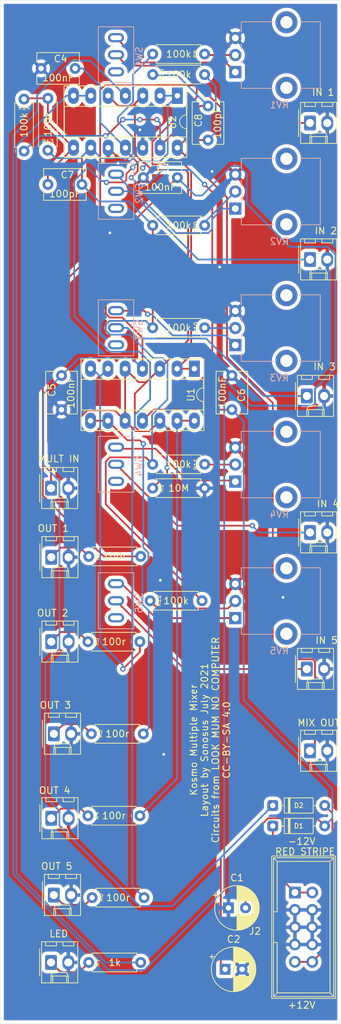
<source format=kicad_pcb>
(kicad_pcb (version 20171130) (host pcbnew "(5.1.9)-1")
  (layers (0 F.Cu signal) (31 B.Cu signal) (34 B.Paste user) (35 F.Paste user) (36 B.SilkS user) (37 F.SilkS user) (38 B.Mask user) (39 F.Mask user) (44 Edge.Cuts user))
  (net 0 "")
  (net 1 -12V)
  (net 2 GND)
  (net 3 +12V)
  (net 4 "Net-(C7-Pad2)")
  (net 5 "Net-(C7-Pad1)")
  (net 6 "Net-(C8-Pad2)")
  (net 7 "Net-(C8-Pad1)")
  (net 8 "Net-(D1-Pad1)")
  (net 9 "Net-(D2-Pad2)")
  (net 10 "Net-(D3-Pad2)")
  (net 11 "Net-(J1-Pad1)")
  (net 12 "Net-(J3-Pad1)")
  (net 13 "Net-(J4-Pad1)")
  (net 14 "Net-(J5-Pad1)")
  (net 15 "Net-(J6-Pad1)")
  (net 16 "Net-(J7-Pad1)")
  (net 17 "Net-(J8-Pad1)")
  (net 18 "Net-(J9-Pad1)")
  (net 19 "Net-(J10-Pad1)")
  (net 20 "Net-(J11-Pad1)")
  (net 21 "Net-(J12-Pad1)")
  (net 22 "Net-(R2-Pad2)")
  (net 23 "Net-(R3-Pad2)")
  (net 24 "Net-(R4-Pad2)")
  (net 25 "Net-(R5-Pad2)")
  (net 26 "Net-(R6-Pad2)")
  (net 27 "Net-(R7-Pad2)")
  (net 28 "Net-(R8-Pad1)")
  (net 29 "Net-(R9-Pad1)")
  (net 30 "Net-(R10-Pad1)")
  (net 31 "Net-(R11-Pad1)")
  (net 32 "Net-(R12-Pad1)")
  (net 33 "Net-(RV1-Pad1)")
  (net 34 "Net-(RV2-Pad1)")
  (net 35 "Net-(RV3-Pad1)")
  (net 36 "Net-(RV4-Pad1)")
  (net 37 "Net-(RV5-Pad1)")
  (net 38 "Net-(SW1-Pad3)")
  (net 39 "Net-(SW2-Pad3)")
  (net 40 "Net-(SW3-Pad3)")
  (net 41 "Net-(SW4-Pad3)")
  (net 42 "Net-(SW5-Pad3)")
  (module Connector_Molex:Molex_KK-254_AE-6410-02A_1x02_P2.54mm_Vertical (layer F.Cu) (at 174.46 206)
    (fp_text reference LED (at 1.14 -4.2) (layer F.SilkS))
    (fp_text value LED)
    (pad 1 thru_hole oval (at 2.54 0) (size 1.74 2.19) (drill 1.19) (layers *.Cu *.Mask) (net 2 GND))
    (pad 2 thru_hole roundrect (at 0 0) (size 1.74 2.19) (drill 1.19) (layers *.Cu *.Mask) (roundrect_rratio 0.1439994252873563) (net 10 "Net-(D3-Pad2)"))
  )
  (module My_Components:SPST_Toggle_A-3643 (layer B.Cu) (at 184 153 270)
    (fp_text reference SW5 (at 0.3 -3.4 270) (layer B.SilkS) (effects (justify mirror)))
    (fp_text value on/off)
    (pad 3 thru_hole oval (at 2.5 0 270) (size 1.362 2.362) (drill oval 0.7 1.7) (layers *.Cu *.Mask) (net 42 "Net-(SW5-Pad3)"))
    (pad 1 thru_hole oval (at -2.5 0 270) (size 1.362 2.362) (drill oval 0.7 1.7) (layers *.Cu *.Mask) (net 37 "Net-(RV5-Pad1)"))
    (pad 2 thru_hole oval (at 0 0 270) (size 1.362 2.362) (drill oval 0.7 1.7) (layers *.Cu *.Mask) (net 21 "Net-(J12-Pad1)"))
  )
  (module My_Components:SPST_Toggle_A-3643 (layer B.Cu) (at 184 133 270)
    (fp_text reference SW4 (at 0.3 -3.4 270) (layer B.SilkS) (effects (justify mirror)))
    (fp_text value on/off)
    (pad 3 thru_hole oval (at 2.5 0 270) (size 1.362 2.362) (drill oval 0.7 1.7) (layers *.Cu *.Mask) (net 41 "Net-(SW4-Pad3)"))
    (pad 1 thru_hole oval (at -2.5 0 270) (size 1.362 2.362) (drill oval 0.7 1.7) (layers *.Cu *.Mask) (net 36 "Net-(RV4-Pad1)"))
    (pad 2 thru_hole oval (at 0 0 270) (size 1.362 2.362) (drill oval 0.7 1.7) (layers *.Cu *.Mask) (net 20 "Net-(J11-Pad1)"))
  )
  (module My_Components:SPST_Toggle_A-3643 (layer B.Cu) (at 184 113 270)
    (fp_text reference SW3 (at 0.3 -3.4 270) (layer B.SilkS) (effects (justify mirror)))
    (fp_text value on/off)
    (pad 3 thru_hole oval (at 2.5 0 270) (size 1.362 2.362) (drill oval 0.7 1.7) (layers *.Cu *.Mask) (net 40 "Net-(SW3-Pad3)"))
    (pad 1 thru_hole oval (at -2.5 0 270) (size 1.362 2.362) (drill oval 0.7 1.7) (layers *.Cu *.Mask) (net 35 "Net-(RV3-Pad1)"))
    (pad 2 thru_hole oval (at 0 0 270) (size 1.362 2.362) (drill oval 0.7 1.7) (layers *.Cu *.Mask) (net 19 "Net-(J10-Pad1)"))
  )
  (module My_Components:SPST_Toggle_A-3643 (layer B.Cu) (at 184 93 270)
    (fp_text reference SW2 (at 0.3 -3.4 270) (layer B.SilkS) (effects (justify mirror)))
    (fp_text value on/off)
    (pad 3 thru_hole oval (at 2.5 0 270) (size 1.362 2.362) (drill oval 0.7 1.7) (layers *.Cu *.Mask) (net 39 "Net-(SW2-Pad3)"))
    (pad 1 thru_hole oval (at -2.5 0 270) (size 1.362 2.362) (drill oval 0.7 1.7) (layers *.Cu *.Mask) (net 34 "Net-(RV2-Pad1)"))
    (pad 2 thru_hole oval (at 0 0 270) (size 1.362 2.362) (drill oval 0.7 1.7) (layers *.Cu *.Mask) (net 18 "Net-(J9-Pad1)"))
  )
  (module My_Components:SPST_Toggle_A-3643 (layer B.Cu) (at 184 73 270)
    (fp_text reference SW1 (at 0.3 -3.4 270) (layer B.SilkS) (effects (justify mirror)))
    (fp_text value on/off)
    (pad 3 thru_hole oval (at 2.5 0 270) (size 1.362 2.362) (drill oval 0.7 1.7) (layers *.Cu *.Mask) (net 38 "Net-(SW1-Pad3)"))
    (pad 1 thru_hole oval (at -2.5 0 270) (size 1.362 2.362) (drill oval 0.7 1.7) (layers *.Cu *.Mask) (net 33 "Net-(RV1-Pad1)"))
    (pad 2 thru_hole oval (at 0 0 270) (size 1.362 2.362) (drill oval 0.7 1.7) (layers *.Cu *.Mask) (net 17 "Net-(J8-Pad1)"))
  )
  (module Connector_Molex:Molex_KK-254_AE-6410-02A_1x02_P2.54mm_Vertical (layer F.Cu) (at 212.46 175)
    (fp_text reference "MIX OUT" (at 1.27 -4.12) (layer F.SilkS))
    (fp_text value "Mixer Out")
    (pad 2 thru_hole oval (at 2.54 0) (size 1.74 2.19) (drill 1.19) (layers *.Cu *.Mask) (net 2 GND))
    (pad 1 thru_hole roundrect (at 0 0) (size 1.74 2.19) (drill 1.19) (layers *.Cu *.Mask) (roundrect_rratio 0.1436775862068966) (net 7 "Net-(C8-Pad1)"))
  )
  (module Connector_Molex:Molex_KK-254_AE-6410-02A_1x02_P2.54mm_Vertical (layer F.Cu) (at 212 163)
    (fp_text reference "IN 5" (at 2.9 -4.2) (layer F.SilkS))
    (fp_text value "In 5")
    (pad 2 thru_hole oval (at 2.54 0) (size 1.74 2.19) (drill 1.19) (layers *.Cu *.Mask) (net 2 GND))
    (pad 1 thru_hole roundrect (at 0 0) (size 1.74 2.19) (drill 1.19) (layers *.Cu *.Mask) (roundrect_rratio 0.1436775862068966) (net 21 "Net-(J12-Pad1)"))
  )
  (module Connector_Molex:Molex_KK-254_AE-6410-02A_1x02_P2.54mm_Vertical (layer F.Cu) (at 212.46 143)
    (fp_text reference "IN 4" (at 2.64 -4.2) (layer F.SilkS))
    (fp_text value "In 4")
    (pad 2 thru_hole oval (at 2.54 0) (size 1.74 2.19) (drill 1.19) (layers *.Cu *.Mask) (net 2 GND))
    (pad 1 thru_hole roundrect (at 0 0) (size 1.74 2.19) (drill 1.19) (layers *.Cu *.Mask) (roundrect_rratio 0.1436775862068966) (net 20 "Net-(J11-Pad1)"))
  )
  (module Connector_Molex:Molex_KK-254_AE-6410-02A_1x02_P2.54mm_Vertical (layer F.Cu) (at 212 123)
    (fp_text reference "IN 3" (at 2.6 -4.3) (layer F.SilkS))
    (fp_text value "In 3")
    (pad 2 thru_hole oval (at 2.54 0) (size 1.74 2.19) (drill 1.19) (layers *.Cu *.Mask) (net 2 GND))
    (pad 1 thru_hole roundrect (at 0 0) (size 1.74 2.19) (drill 1.19) (layers *.Cu *.Mask) (roundrect_rratio 0.1436775862068966) (net 19 "Net-(J10-Pad1)"))
  )
  (module Connector_Molex:Molex_KK-254_AE-6410-02A_1x02_P2.54mm_Vertical (layer F.Cu) (at 212.46 103)
    (fp_text reference "IN 2" (at 2.34 -4.2) (layer F.SilkS))
    (fp_text value "In 2")
    (pad 2 thru_hole oval (at 2.54 0) (size 1.74 2.19) (drill 1.19) (layers *.Cu *.Mask) (net 2 GND))
    (pad 1 thru_hole roundrect (at 0 0) (size 1.74 2.19) (drill 1.19) (layers *.Cu *.Mask) (roundrect_rratio 0.1436775862068966) (net 18 "Net-(J9-Pad1)"))
  )
  (module Connector_Molex:Molex_KK-254_AE-6410-02A_1x02_P2.54mm_Vertical (layer F.Cu) (at 212.46 83)
    (fp_text reference "IN 1" (at 1.94 -4.5) (layer F.SilkS))
    (fp_text value "In 1")
    (pad 2 thru_hole oval (at 2.54 0) (size 1.74 2.19) (drill 1.19) (layers *.Cu *.Mask) (net 2 GND))
    (pad 1 thru_hole roundrect (at 0 0) (size 1.74 2.19) (drill 1.19) (layers *.Cu *.Mask) (roundrect_rratio 0.1436775862068966) (net 17 "Net-(J8-Pad1)"))
  )
  (module Connector_Molex:Molex_KK-254_AE-6410-02A_1x02_P2.54mm_Vertical (layer F.Cu) (at 174.875 196.125)
    (fp_text reference "OUT 5" (at 0.425 -4.225) (layer F.SilkS))
    (fp_text value "Out 5")
    (pad 2 thru_hole oval (at 2.54 0) (size 1.74 2.19) (drill 1.19) (layers *.Cu *.Mask) (net 2 GND))
    (pad 1 thru_hole roundrect (at 0 0) (size 1.74 2.19) (drill 1.19) (layers *.Cu *.Mask) (roundrect_rratio 0.1436775862068966) (net 16 "Net-(J7-Pad1)"))
  )
  (module Connector_Molex:Molex_KK-254_AE-6410-02A_1x02_P2.54mm_Vertical (layer F.Cu) (at 174.875 172.5)
    (fp_text reference "OUT 3" (at 0.225 -4.2) (layer F.SilkS))
    (fp_text value "Out 3")
    (pad 2 thru_hole oval (at 2.54 0) (size 1.74 2.19) (drill 1.19) (layers *.Cu *.Mask) (net 2 GND))
    (pad 1 thru_hole roundrect (at 0 0) (size 1.74 2.19) (drill 1.19) (layers *.Cu *.Mask) (roundrect_rratio 0.1436775862068966) (net 15 "Net-(J6-Pad1)"))
  )
  (module Connector_Molex:Molex_KK-254_AE-6410-02A_1x02_P2.54mm_Vertical (layer F.Cu) (at 174.5 184.875)
    (fp_text reference "OUT 4" (at 0.5 -4.075) (layer F.SilkS))
    (fp_text value "Out 4")
    (pad 2 thru_hole oval (at 2.54 0) (size 1.74 2.19) (drill 1.19) (layers *.Cu *.Mask) (net 2 GND))
    (pad 1 thru_hole roundrect (at 0 0) (size 1.74 2.19) (drill 1.19) (layers *.Cu *.Mask) (roundrect_rratio 0.1436775862068966) (net 14 "Net-(J5-Pad1)"))
  )
  (module Connector_Molex:Molex_KK-254_AE-6410-02A_1x02_P2.54mm_Vertical (layer F.Cu) (at 174.5 159)
    (fp_text reference "OUT 2" (at 0.2 -4.2) (layer F.SilkS))
    (fp_text value "Out 2")
    (pad 2 thru_hole oval (at 2.54 0) (size 1.74 2.19) (drill 1.19) (layers *.Cu *.Mask) (net 2 GND))
    (pad 1 thru_hole roundrect (at 0 0) (size 1.74 2.19) (drill 1.19) (layers *.Cu *.Mask) (roundrect_rratio 0.1436775862068966) (net 13 "Net-(J4-Pad1)"))
  )
  (module Connector_Molex:Molex_KK-254_AE-6410-02A_1x02_P2.54mm_Vertical (layer F.Cu) (at 174.5 146.625)
    (fp_text reference "OUT 1" (at 0.3 -4.225) (layer F.SilkS))
    (fp_text value "Out 1")
    (pad 2 thru_hole oval (at 2.54 0) (size 1.74 2.19) (drill 1.19) (layers *.Cu *.Mask) (net 2 GND))
    (pad 1 thru_hole roundrect (at 0 0) (size 1.74 2.19) (drill 1.19) (layers *.Cu *.Mask) (roundrect_rratio 0.1436775862068966) (net 12 "Net-(J3-Pad1)"))
  )
  (module Connector_Molex:Molex_KK-254_AE-6410-02A_1x02_P2.54mm_Vertical (layer F.Cu) (at 174.46 136.5)
    (fp_text reference "MULT IN" (at 1.14 -4.3) (layer F.SilkS))
    (fp_text value "Mult IN")
    (pad 2 thru_hole oval (at 2.54 0) (size 1.74 2.19) (drill 1.19) (layers *.Cu *.Mask) (net 2 GND))
    (pad 1 thru_hole roundrect (at 0 0) (size 1.74 2.19) (drill 1.19) (layers *.Cu *.Mask) (roundrect_rratio 0.1436775862068966) (net 11 "Net-(J1-Pad1)"))
  )
  (module Sonosus:DIP-14_Socket (layer F.Cu) (at 193 79 270)
    (fp_text reference U2 (at 3.9 0.7 90) (layer F.SilkS))
    (fp_text value TL074)
    (pad 14 thru_hole oval (at 7.62 0 270) (size 2.4 1.6) (drill 0.8) (layers *.Cu *.Mask) (net 7 "Net-(C8-Pad1)"))
    (pad 7 thru_hole oval (at 0 15.24 270) (size 2.4 1.6) (drill 0.8) (layers *.Cu *.Mask) (net 27 "Net-(R7-Pad2)"))
    (pad 13 thru_hole oval (at 7.62 2.54 270) (size 2.4 1.6) (drill 0.8) (layers *.Cu *.Mask) (net 6 "Net-(C8-Pad2)"))
    (pad 6 thru_hole oval (at 0 12.7 270) (size 2.4 1.6) (drill 0.8) (layers *.Cu *.Mask) (net 27 "Net-(R7-Pad2)"))
    (pad 12 thru_hole oval (at 7.62 5.08 270) (size 2.4 1.6) (drill 0.8) (layers *.Cu *.Mask) (net 2 GND))
    (pad 5 thru_hole oval (at 0 10.16 270) (size 2.4 1.6) (drill 0.8) (layers *.Cu *.Mask) (net 11 "Net-(J1-Pad1)"))
    (pad 11 thru_hole oval (at 7.62 7.62 270) (size 2.4 1.6) (drill 0.8) (layers *.Cu *.Mask) (net 1 -12V))
    (pad 4 thru_hole oval (at 0 7.62 270) (size 2.4 1.6) (drill 0.8) (layers *.Cu *.Mask) (net 3 +12V))
    (pad 10 thru_hole oval (at 7.62 10.16 270) (size 2.4 1.6) (drill 0.8) (layers *.Cu *.Mask) (net 2 GND))
    (pad 3 thru_hole oval (at 0 5.08 270) (size 2.4 1.6) (drill 0.8) (layers *.Cu *.Mask) (net 11 "Net-(J1-Pad1)"))
    (pad 9 thru_hole oval (at 7.62 12.7 270) (size 2.4 1.6) (drill 0.8) (layers *.Cu *.Mask) (net 4 "Net-(C7-Pad2)"))
    (pad 2 thru_hole oval (at 0 2.54 270) (size 2.4 1.6) (drill 0.8) (layers *.Cu *.Mask) (net 26 "Net-(R6-Pad2)"))
    (pad 8 thru_hole oval (at 7.62 15.24 270) (size 2.4 1.6) (drill 0.8) (layers *.Cu *.Mask) (net 5 "Net-(C7-Pad1)"))
    (pad 1 thru_hole rect (at 0 0 270) (size 2.4 1.6) (drill 0.8) (layers *.Cu *.Mask) (net 26 "Net-(R6-Pad2)"))
  )
  (module Sonosus:DIP-14_Socket (layer F.Cu) (at 195.5 119 270)
    (fp_text reference U1 (at 3.81 0.5 90) (layer F.SilkS))
    (fp_text value TL074)
    (pad 14 thru_hole oval (at 7.62 0 270) (size 2.4 1.6) (drill 0.8) (layers *.Cu *.Mask) (net 24 "Net-(R4-Pad2)"))
    (pad 7 thru_hole oval (at 0 15.24 270) (size 2.4 1.6) (drill 0.8) (layers *.Cu *.Mask) (net 23 "Net-(R3-Pad2)"))
    (pad 13 thru_hole oval (at 7.62 2.54 270) (size 2.4 1.6) (drill 0.8) (layers *.Cu *.Mask) (net 24 "Net-(R4-Pad2)"))
    (pad 6 thru_hole oval (at 0 12.7 270) (size 2.4 1.6) (drill 0.8) (layers *.Cu *.Mask) (net 23 "Net-(R3-Pad2)"))
    (pad 12 thru_hole oval (at 7.62 5.08 270) (size 2.4 1.6) (drill 0.8) (layers *.Cu *.Mask) (net 11 "Net-(J1-Pad1)"))
    (pad 5 thru_hole oval (at 0 10.16 270) (size 2.4 1.6) (drill 0.8) (layers *.Cu *.Mask) (net 11 "Net-(J1-Pad1)"))
    (pad 11 thru_hole oval (at 7.62 7.62 270) (size 2.4 1.6) (drill 0.8) (layers *.Cu *.Mask) (net 1 -12V))
    (pad 4 thru_hole oval (at 0 7.62 270) (size 2.4 1.6) (drill 0.8) (layers *.Cu *.Mask) (net 3 +12V))
    (pad 10 thru_hole oval (at 7.62 10.16 270) (size 2.4 1.6) (drill 0.8) (layers *.Cu *.Mask) (net 11 "Net-(J1-Pad1)"))
    (pad 3 thru_hole oval (at 0 5.08 270) (size 2.4 1.6) (drill 0.8) (layers *.Cu *.Mask) (net 11 "Net-(J1-Pad1)"))
    (pad 9 thru_hole oval (at 7.62 12.7 270) (size 2.4 1.6) (drill 0.8) (layers *.Cu *.Mask) (net 25 "Net-(R5-Pad2)"))
    (pad 2 thru_hole oval (at 0 2.54 270) (size 2.4 1.6) (drill 0.8) (layers *.Cu *.Mask) (net 22 "Net-(R2-Pad2)"))
    (pad 8 thru_hole oval (at 7.62 15.24 270) (size 2.4 1.6) (drill 0.8) (layers *.Cu *.Mask) (net 25 "Net-(R5-Pad2)"))
    (pad 1 thru_hole rect (at 0 0 270) (size 2.4 1.6) (drill 0.8) (layers *.Cu *.Mask) (net 22 "Net-(R2-Pad2)"))
  )
  (module Sonosus:Potentiometer_Alpha_RD901F-40-00D_centred (layer B.Cu) (at 209 153)
    (fp_text reference RV5 (at -1.043 7.34 -180) (layer B.SilkS) (effects (justify mirror)))
    (fp_text value 100k)
    (pad "" thru_hole circle (at 0.007 4.84 270) (size 3.24 3.24) (drill 1.8) (layers *.Cu *.Mask))
    (pad "" thru_hole circle (at 0.007 -4.76 270) (size 3.24 3.24) (drill 1.8) (layers *.Cu *.Mask))
    (pad 3 thru_hole circle (at -7.493 -2.46 270) (size 1.8 1.8) (drill 1) (layers *.Cu *.Mask) (net 2 GND))
    (pad 2 thru_hole circle (at -7.493 0.04 270) (size 1.8 1.8) (drill 1) (layers *.Cu *.Mask) (net 32 "Net-(R12-Pad1)"))
    (pad 1 thru_hole rect (at -7.493 2.54 270) (size 1.8 1.8) (drill 1) (layers *.Cu *.Mask) (net 37 "Net-(RV5-Pad1)"))
  )
  (module Sonosus:Potentiometer_Alpha_RD901F-40-00D_centred (layer B.Cu) (at 209 133)
    (fp_text reference RV4 (at -1.043 7.34 -180) (layer B.SilkS) (effects (justify mirror)))
    (fp_text value 100k)
    (pad "" thru_hole circle (at 0.007 4.84 270) (size 3.24 3.24) (drill 1.8) (layers *.Cu *.Mask))
    (pad "" thru_hole circle (at 0.007 -4.76 270) (size 3.24 3.24) (drill 1.8) (layers *.Cu *.Mask))
    (pad 3 thru_hole circle (at -7.493 -2.46 270) (size 1.8 1.8) (drill 1) (layers *.Cu *.Mask) (net 2 GND))
    (pad 2 thru_hole circle (at -7.493 0.04 270) (size 1.8 1.8) (drill 1) (layers *.Cu *.Mask) (net 31 "Net-(R11-Pad1)"))
    (pad 1 thru_hole rect (at -7.493 2.54 270) (size 1.8 1.8) (drill 1) (layers *.Cu *.Mask) (net 36 "Net-(RV4-Pad1)"))
  )
  (module Sonosus:Potentiometer_Alpha_RD901F-40-00D_centred (layer B.Cu) (at 209 113)
    (fp_text reference RV3 (at -1.043 7.34 -180) (layer B.SilkS) (effects (justify mirror)))
    (fp_text value 100k)
    (pad "" thru_hole circle (at 0.007 4.84 270) (size 3.24 3.24) (drill 1.8) (layers *.Cu *.Mask))
    (pad "" thru_hole circle (at 0.007 -4.76 270) (size 3.24 3.24) (drill 1.8) (layers *.Cu *.Mask))
    (pad 3 thru_hole circle (at -7.493 -2.46 270) (size 1.8 1.8) (drill 1) (layers *.Cu *.Mask) (net 2 GND))
    (pad 2 thru_hole circle (at -7.493 0.04 270) (size 1.8 1.8) (drill 1) (layers *.Cu *.Mask) (net 30 "Net-(R10-Pad1)"))
    (pad 1 thru_hole rect (at -7.493 2.54 270) (size 1.8 1.8) (drill 1) (layers *.Cu *.Mask) (net 35 "Net-(RV3-Pad1)"))
  )
  (module Sonosus:Potentiometer_Alpha_RD901F-40-00D_centred (layer B.Cu) (at 209 93)
    (fp_text reference RV2 (at -1.043 7.34 -180) (layer B.SilkS) (effects (justify mirror)))
    (fp_text value 100k)
    (pad "" thru_hole circle (at 0.007 4.84 270) (size 3.24 3.24) (drill 1.8) (layers *.Cu *.Mask))
    (pad "" thru_hole circle (at 0.007 -4.76 270) (size 3.24 3.24) (drill 1.8) (layers *.Cu *.Mask))
    (pad 3 thru_hole circle (at -7.493 -2.46 270) (size 1.8 1.8) (drill 1) (layers *.Cu *.Mask) (net 2 GND))
    (pad 2 thru_hole circle (at -7.493 0.04 270) (size 1.8 1.8) (drill 1) (layers *.Cu *.Mask) (net 29 "Net-(R9-Pad1)"))
    (pad 1 thru_hole rect (at -7.493 2.54 270) (size 1.8 1.8) (drill 1) (layers *.Cu *.Mask) (net 34 "Net-(RV2-Pad1)"))
  )
  (module Sonosus:Potentiometer_Alpha_RD901F-40-00D_centred (layer B.Cu) (at 209 73)
    (fp_text reference RV1 (at -1.043 7.34 -180) (layer B.SilkS) (effects (justify mirror)))
    (fp_text value 100k)
    (pad "" thru_hole circle (at 0.007 4.84 270) (size 3.24 3.24) (drill 1.8) (layers *.Cu *.Mask))
    (pad "" thru_hole circle (at 0.007 -4.76 270) (size 3.24 3.24) (drill 1.8) (layers *.Cu *.Mask))
    (pad 3 thru_hole circle (at -7.493 -2.46 270) (size 1.8 1.8) (drill 1) (layers *.Cu *.Mask) (net 2 GND))
    (pad 2 thru_hole circle (at -7.493 0.04 270) (size 1.8 1.8) (drill 1) (layers *.Cu *.Mask) (net 28 "Net-(R8-Pad1)"))
    (pad 1 thru_hole rect (at -7.493 2.54 270) (size 1.8 1.8) (drill 1) (layers *.Cu *.Mask) (net 33 "Net-(RV1-Pad1)"))
  )
  (module Sonosus:Resistor (layer F.Cu) (at 189.38 75.9)
    (fp_text reference R15 (at 1.27 0 90) (layer F.SilkS) (effects (font (size 0.6 0.6) (thickness 0.1))))
    (fp_text value 100k)
    (fp_text user %V (at 3.81 0) (layer F.SilkS))
    (pad 2 thru_hole oval (at 7.62 0) (size 1.6 1.6) (drill 0.8) (layers *.Cu *.Mask) (net 7 "Net-(C8-Pad1)"))
    (pad 1 thru_hole circle (at 0 0) (size 1.6 1.6) (drill 0.8) (layers *.Cu *.Mask) (net 6 "Net-(C8-Pad2)"))
  )
  (module Sonosus:Resistor (layer F.Cu) (at 170.5 79.5 270)
    (fp_text reference R14 (at 1.27 0) (layer F.SilkS) (effects (font (size 0.6 0.6) (thickness 0.1))))
    (fp_text value 100k)
    (fp_text user %V (at 3.81 0 90) (layer F.SilkS))
    (pad 2 thru_hole oval (at 7.62 0 270) (size 1.6 1.6) (drill 0.8) (layers *.Cu *.Mask) (net 6 "Net-(C8-Pad2)"))
    (pad 1 thru_hole circle (at 0 0 270) (size 1.6 1.6) (drill 0.8) (layers *.Cu *.Mask) (net 5 "Net-(C7-Pad1)"))
  )
  (module Sonosus:Resistor (layer F.Cu) (at 174 87 90)
    (fp_text reference R13 (at 1.27 0) (layer F.SilkS) (effects (font (size 0.6 0.6) (thickness 0.1))))
    (fp_text value 100k)
    (fp_text user %V (at 3.81 0 90) (layer F.SilkS))
    (pad 2 thru_hole oval (at 7.62 0 90) (size 1.6 1.6) (drill 0.8) (layers *.Cu *.Mask) (net 5 "Net-(C7-Pad1)"))
    (pad 1 thru_hole circle (at 0 0 90) (size 1.6 1.6) (drill 0.8) (layers *.Cu *.Mask) (net 4 "Net-(C7-Pad2)"))
  )
  (module Sonosus:Resistor (layer F.Cu) (at 189 153)
    (fp_text reference R12 (at 1.27 0 90) (layer F.SilkS) (effects (font (size 0.6 0.6) (thickness 0.1))))
    (fp_text value 100k)
    (fp_text user %V (at 3.81 0) (layer F.SilkS))
    (pad 2 thru_hole oval (at 7.62 0) (size 1.6 1.6) (drill 0.8) (layers *.Cu *.Mask) (net 4 "Net-(C7-Pad2)"))
    (pad 1 thru_hole circle (at 0 0) (size 1.6 1.6) (drill 0.8) (layers *.Cu *.Mask) (net 32 "Net-(R12-Pad1)"))
  )
  (module Sonosus:Resistor (layer F.Cu) (at 197 133 180)
    (fp_text reference R11 (at 1.27 0 90) (layer F.SilkS) (effects (font (size 0.6 0.6) (thickness 0.1))))
    (fp_text value 100k)
    (fp_text user %V (at 3.81 0) (layer F.SilkS))
    (pad 2 thru_hole oval (at 7.62 0 180) (size 1.6 1.6) (drill 0.8) (layers *.Cu *.Mask) (net 4 "Net-(C7-Pad2)"))
    (pad 1 thru_hole circle (at 0 0 180) (size 1.6 1.6) (drill 0.8) (layers *.Cu *.Mask) (net 31 "Net-(R11-Pad1)"))
  )
  (module Sonosus:Resistor (layer F.Cu) (at 197 113 180)
    (fp_text reference R10 (at 1.27 0 90) (layer F.SilkS) (effects (font (size 0.6 0.6) (thickness 0.1))))
    (fp_text value 100k)
    (fp_text user %V (at 3.81 0) (layer F.SilkS))
    (pad 2 thru_hole oval (at 7.62 0 180) (size 1.6 1.6) (drill 0.8) (layers *.Cu *.Mask) (net 4 "Net-(C7-Pad2)"))
    (pad 1 thru_hole circle (at 0 0 180) (size 1.6 1.6) (drill 0.8) (layers *.Cu *.Mask) (net 30 "Net-(R10-Pad1)"))
  )
  (module Sonosus:Resistor (layer F.Cu) (at 197 98 180)
    (fp_text reference R9 (at 1.27 0 90) (layer F.SilkS) (effects (font (size 0.6 0.6) (thickness 0.1))))
    (fp_text value 100k)
    (fp_text user %V (at 3.81 0) (layer F.SilkS))
    (pad 2 thru_hole oval (at 7.62 0 180) (size 1.6 1.6) (drill 0.8) (layers *.Cu *.Mask) (net 4 "Net-(C7-Pad2)"))
    (pad 1 thru_hole circle (at 0 0 180) (size 1.6 1.6) (drill 0.8) (layers *.Cu *.Mask) (net 29 "Net-(R9-Pad1)"))
  )
  (module Sonosus:Resistor (layer F.Cu) (at 197 72.9 180)
    (fp_text reference R8 (at 1.27 0 90) (layer F.SilkS) (effects (font (size 0.6 0.6) (thickness 0.1))))
    (fp_text value 100k)
    (fp_text user %V (at 3.81 0) (layer F.SilkS))
    (pad 2 thru_hole oval (at 7.62 0 180) (size 1.6 1.6) (drill 0.8) (layers *.Cu *.Mask) (net 4 "Net-(C7-Pad2)"))
    (pad 1 thru_hole circle (at 0 0 180) (size 1.6 1.6) (drill 0.8) (layers *.Cu *.Mask) (net 28 "Net-(R8-Pad1)"))
  )
  (module Sonosus:Resistor (layer F.Cu) (at 180 206)
    (fp_text reference R7 (at 1.27 0 90) (layer F.SilkS) (effects (font (size 0.6 0.6) (thickness 0.1))))
    (fp_text value 1k)
    (fp_text user %V (at 3.81 0) (layer F.SilkS))
    (pad 2 thru_hole oval (at 7.62 0) (size 1.6 1.6) (drill 0.8) (layers *.Cu *.Mask) (net 27 "Net-(R7-Pad2)"))
    (pad 1 thru_hole circle (at 0 0) (size 1.6 1.6) (drill 0.8) (layers *.Cu *.Mask) (net 10 "Net-(D3-Pad2)"))
  )
  (module Sonosus:Resistor (layer F.Cu) (at 180.5 196.5)
    (fp_text reference R6 (at 1.27 0 90) (layer F.SilkS) (effects (font (size 0.6 0.6) (thickness 0.1))))
    (fp_text value 100r)
    (fp_text user %V (at 3.81 0) (layer F.SilkS))
    (pad 2 thru_hole oval (at 7.62 0) (size 1.6 1.6) (drill 0.8) (layers *.Cu *.Mask) (net 26 "Net-(R6-Pad2)"))
    (pad 1 thru_hole circle (at 0 0) (size 1.6 1.6) (drill 0.8) (layers *.Cu *.Mask) (net 16 "Net-(J7-Pad1)"))
  )
  (module Sonosus:Resistor (layer F.Cu) (at 180.38 172.5)
    (fp_text reference R5 (at 1.27 0 90) (layer F.SilkS) (effects (font (size 0.6 0.6) (thickness 0.1))))
    (fp_text value 100r)
    (fp_text user %V (at 3.81 0) (layer F.SilkS))
    (pad 2 thru_hole oval (at 7.62 0) (size 1.6 1.6) (drill 0.8) (layers *.Cu *.Mask) (net 25 "Net-(R5-Pad2)"))
    (pad 1 thru_hole circle (at 0 0) (size 1.6 1.6) (drill 0.8) (layers *.Cu *.Mask) (net 15 "Net-(J6-Pad1)"))
  )
  (module Sonosus:Resistor (layer F.Cu) (at 179.88 184.5)
    (fp_text reference R4 (at 1.27 0 90) (layer F.SilkS) (effects (font (size 0.6 0.6) (thickness 0.1))))
    (fp_text value 100r)
    (fp_text user %V (at 3.81 0) (layer F.SilkS))
    (pad 2 thru_hole oval (at 7.62 0) (size 1.6 1.6) (drill 0.8) (layers *.Cu *.Mask) (net 24 "Net-(R4-Pad2)"))
    (pad 1 thru_hole circle (at 0 0) (size 1.6 1.6) (drill 0.8) (layers *.Cu *.Mask) (net 14 "Net-(J5-Pad1)"))
  )
  (module Sonosus:Resistor (layer F.Cu) (at 179.88 159)
    (fp_text reference R3 (at 1.27 0 90) (layer F.SilkS) (effects (font (size 0.6 0.6) (thickness 0.1))))
    (fp_text value 100r)
    (fp_text user %V (at 3.81 0) (layer F.SilkS))
    (pad 2 thru_hole oval (at 7.62 0) (size 1.6 1.6) (drill 0.8) (layers *.Cu *.Mask) (net 23 "Net-(R3-Pad2)"))
    (pad 1 thru_hole circle (at 0 0) (size 1.6 1.6) (drill 0.8) (layers *.Cu *.Mask) (net 13 "Net-(J4-Pad1)"))
  )
  (module Sonosus:Resistor (layer F.Cu) (at 180 146.5)
    (fp_text reference R2 (at 1.27 0 90) (layer F.SilkS) (effects (font (size 0.6 0.6) (thickness 0.1))))
    (fp_text value 100r)
    (fp_text user %V (at 3.81 0) (layer F.SilkS))
    (pad 2 thru_hole oval (at 7.62 0) (size 1.6 1.6) (drill 0.8) (layers *.Cu *.Mask) (net 22 "Net-(R2-Pad2)"))
    (pad 1 thru_hole circle (at 0 0) (size 1.6 1.6) (drill 0.8) (layers *.Cu *.Mask) (net 12 "Net-(J3-Pad1)"))
  )
  (module Sonosus:Resistor (layer F.Cu) (at 189.38 136.5)
    (fp_text reference R1 (at 1.27 0 90) (layer F.SilkS) (effects (font (size 0.6 0.6) (thickness 0.1))))
    (fp_text value 10M)
    (fp_text user %V (at 3.81 0) (layer F.SilkS))
    (pad 2 thru_hole oval (at 7.62 0) (size 1.6 1.6) (drill 0.8) (layers *.Cu *.Mask) (net 2 GND))
    (pad 1 thru_hole circle (at 0 0) (size 1.6 1.6) (drill 0.8) (layers *.Cu *.Mask) (net 11 "Net-(J1-Pad1)"))
  )
  (module Sonosus:Power_Header (layer F.Cu) (at 210.25 195.75)
    (fp_text reference J2 (at -5.85 5.67) (layer F.SilkS))
    (fp_text value Conn_02x05_Odd_Even)
    (fp_text user +12V (at 1 16.5) (layer F.SilkS))
    (fp_text user -12V (at 1 -7.5) (layer F.SilkS))
    (fp_text user "RED STRIPE" (at 1.5 -6) (layer F.SilkS))
    (pad 1 thru_hole rect (at 0 0) (size 1.7272 1.7272) (drill 1.016) (layers *.Cu *.Mask) (net 8 "Net-(D1-Pad1)"))
    (pad 2 thru_hole oval (at 2.54 0) (size 1.7272 1.7272) (drill 1.016) (layers *.Cu *.Mask) (net 8 "Net-(D1-Pad1)"))
    (pad 3 thru_hole oval (at 0 2.54) (size 1.7272 1.7272) (drill 1.016) (layers *.Cu *.Mask) (net 2 GND))
    (pad 4 thru_hole oval (at 2.54 2.54) (size 1.7272 1.7272) (drill 1.016) (layers *.Cu *.Mask) (net 2 GND))
    (pad 5 thru_hole oval (at 0 5.08) (size 1.7272 1.7272) (drill 1.016) (layers *.Cu *.Mask) (net 2 GND))
    (pad 6 thru_hole oval (at 2.54 5.08) (size 1.7272 1.7272) (drill 1.016) (layers *.Cu *.Mask) (net 2 GND))
    (pad 7 thru_hole oval (at 0 7.62) (size 1.7272 1.7272) (drill 1.016) (layers *.Cu *.Mask) (net 2 GND))
    (pad 8 thru_hole oval (at 2.54 7.62) (size 1.7272 1.7272) (drill 1.016) (layers *.Cu *.Mask) (net 2 GND))
    (pad 9 thru_hole oval (at 0 10.16) (size 1.7272 1.7272) (drill 1.016) (layers *.Cu *.Mask) (net 9 "Net-(D2-Pad2)"))
    (pad 10 thru_hole oval (at 2.54 10.16) (size 1.7272 1.7272) (drill 1.016) (layers *.Cu *.Mask) (net 9 "Net-(D2-Pad2)"))
  )
  (module Sonosus:Diode_DO-35 (layer F.Cu) (at 207 183)
    (fp_text reference D2 (at 3.81 0) (layer F.SilkS) (effects (font (size 0.7 0.7) (thickness 0.13))))
    (fp_text value 1N5817)
    (pad 2 thru_hole oval (at 7.62 0) (size 1.6 1.6) (drill 0.8) (layers *.Cu *.Mask) (net 9 "Net-(D2-Pad2)"))
    (pad 1 thru_hole roundrect (at 0 0) (size 1.6 1.6) (drill 0.8) (layers *.Cu *.Mask) (net 3 +12V))
  )
  (module Sonosus:Diode_DO-35 (layer F.Cu) (at 207 186)
    (fp_text reference D1 (at 3.81 0) (layer F.SilkS) (effects (font (size 0.7 0.7) (thickness 0.13))))
    (fp_text value 1N5817)
    (pad 2 thru_hole oval (at 7.62 0) (size 1.6 1.6) (drill 0.8) (layers *.Cu *.Mask) (net 1 -12V))
    (pad 1 thru_hole roundrect (at 0 0) (size 1.6 1.6) (drill 0.8) (layers *.Cu *.Mask) (net 8 "Net-(D1-Pad1)"))
  )
  (module Sonosus:Capacitor_NonPolarized (layer F.Cu) (at 197.5 85.5 90)
    (fp_text reference C8 (at 2.8702 -1.4097 90) (layer F.SilkS))
    (fp_text value 100pF (at 2.49174 1.38684 90) (layer F.SilkS))
    (pad 2 thru_hole circle (at 5 0 90) (size 1.6 1.6) (drill 0.8) (layers *.Cu *.Mask) (net 6 "Net-(C8-Pad2)"))
    (pad 1 thru_hole circle (at 0 0 90) (size 1.6 1.6) (drill 0.8) (layers *.Cu *.Mask) (net 7 "Net-(C8-Pad1)"))
  )
  (module Sonosus:Capacitor_NonPolarized (layer F.Cu) (at 174 92)
    (fp_text reference C7 (at 2.8702 -1.4097) (layer F.SilkS))
    (fp_text value 100pF (at 2.49174 1.38684) (layer F.SilkS))
    (pad 2 thru_hole circle (at 5 0) (size 1.6 1.6) (drill 0.8) (layers *.Cu *.Mask) (net 4 "Net-(C7-Pad2)"))
    (pad 1 thru_hole circle (at 0 0) (size 1.6 1.6) (drill 0.8) (layers *.Cu *.Mask) (net 5 "Net-(C7-Pad1)"))
  )
  (module Sonosus:Capacitor_NonPolarized (layer F.Cu) (at 201 120 270)
    (fp_text reference C6 (at 2.8702 -1.4097 270) (layer F.SilkS))
    (fp_text value 100nF (at 2.49174 1.38684 270) (layer F.SilkS))
    (pad 2 thru_hole circle (at 5 0 270) (size 1.6 1.6) (drill 0.8) (layers *.Cu *.Mask) (net 1 -12V))
    (pad 1 thru_hole circle (at 0 0 270) (size 1.6 1.6) (drill 0.8) (layers *.Cu *.Mask) (net 2 GND))
  )
  (module Sonosus:Capacitor_NonPolarized (layer F.Cu) (at 176 125 90)
    (fp_text reference C5 (at 2.8702 -1.4097 90) (layer F.SilkS))
    (fp_text value 100nF (at 2.49174 1.38684 90) (layer F.SilkS))
    (pad 2 thru_hole circle (at 5 0 90) (size 1.6 1.6) (drill 0.8) (layers *.Cu *.Mask) (net 3 +12V))
    (pad 1 thru_hole circle (at 0 0 90) (size 1.6 1.6) (drill 0.8) (layers *.Cu *.Mask) (net 2 GND))
  )
  (module Sonosus:Capacitor_NonPolarized (layer F.Cu) (at 173 75)
    (fp_text reference C4 (at 2.8702 -1.4097) (layer F.SilkS))
    (fp_text value 100nF (at 2.49174 1.38684) (layer F.SilkS))
    (pad 2 thru_hole circle (at 5 0) (size 1.6 1.6) (drill 0.8) (layers *.Cu *.Mask) (net 1 -12V))
    (pad 1 thru_hole circle (at 0 0) (size 1.6 1.6) (drill 0.8) (layers *.Cu *.Mask) (net 2 GND))
  )
  (module Sonosus:Capacitor_NonPolarized (layer F.Cu) (at 188 91)
    (fp_text reference C3 (at 2.8702 -1.4097) (layer F.SilkS))
    (fp_text value 100nF (at 2.49174 1.38684) (layer F.SilkS))
    (pad 2 thru_hole circle (at 5 0) (size 1.6 1.6) (drill 0.8) (layers *.Cu *.Mask) (net 3 +12V))
    (pad 1 thru_hole circle (at 0 0) (size 1.6 1.6) (drill 0.8) (layers *.Cu *.Mask) (net 2 GND))
  )
  (module Sonosus:Capacitor_Polarized (layer F.Cu) (at 200 207)
    (fp_text reference C2 (at 1.25 -4.4) (layer F.SilkS))
    (fp_text value 10uF)
    (pad 2 thru_hole circle (at 2.5 0) (size 1.6 1.6) (drill 0.8) (layers *.Cu *.Mask) (net 2 GND))
    (pad 1 thru_hole rect (at 0 0) (size 1.6 1.6) (drill 0.8) (layers *.Cu *.Mask) (net 3 +12V))
  )
  (module Sonosus:Capacitor_Polarized (layer F.Cu) (at 200.5 198)
    (fp_text reference C1 (at 1.25 -4.4) (layer F.SilkS))
    (fp_text value 10uF)
    (pad 2 thru_hole circle (at 2.5 0) (size 1.6 1.6) (drill 0.8) (layers *.Cu *.Mask) (net 1 -12V))
    (pad 1 thru_hole rect (at 0 0) (size 1.6 1.6) (drill 0.8) (layers *.Cu *.Mask) (net 2 GND))
  )
  (gr_text "Kosmo Multiple Mixer\nLayout by Sonosus July 2021\nCircuits from LOOK MUM NO COMPUTER\nCC-BY-SA 4.0" (at 197.8 173.4 90) (layer F.SilkS) (effects (font (size 1 1))))
  (gr_line (start 167 215) (end 167 65) (layer Edge.Cuts) (width 0.05))
  (gr_line (start 217 215) (end 167 215) (layer Edge.Cuts) (width 0.05))
  (gr_line (start 217 65) (end 217 215) (layer Edge.Cuts) (width 0.05))
  (gr_line (start 167 65) (end 217 65) (layer Edge.Cuts) (width 0.05))
  (segment (start 188.6 89.1) (end 188.409644 89.1) (width 0.25) (layer B.Cu) (net 0))
  (segment (start 188.409644 89.1) (end 188.306531 89.203113) (width 0.25) (layer B.Cu) (net 0))
  (segment (start 188.306531 89.203113) (end 187.906532 89.603112) (width 0.25) (layer B.Cu) (net 0))
  (via (at 187.906532 89.603112) (size 0.8) (drill 0.4) (layers F.Cu B.Cu) (net 0))
  (segment (start 213.49499 184.87499) (end 214.62 186) (width 0.25) (layer F.Cu) (net 1))
  (segment (start 206.299688 184.87499) (end 213.49499 184.87499) (width 0.25) (layer F.Cu) (net 1))
  (segment (start 203 188.174678) (end 206.299688 184.87499) (width 0.25) (layer F.Cu) (net 1))
  (segment (start 203 198) (end 203 188.174678) (width 0.25) (layer F.Cu) (net 1))
  (segment (start 202.732001 126.732001) (end 201 125) (width 0.25) (layer B.Cu) (net 1))
  (segment (start 202.732001 167.550191) (end 202.732001 126.732001) (width 0.25) (layer B.Cu) (net 1))
  (segment (start 215.745001 180.563191) (end 202.732001 167.550191) (width 0.25) (layer B.Cu) (net 1))
  (segment (start 215.745001 184.874999) (end 215.745001 180.563191) (width 0.25) (layer B.Cu) (net 1))
  (segment (start 214.62 186) (end 215.745001 184.874999) (width 0.25) (layer B.Cu) (net 1))
  (segment (start 189.5 125) (end 187.88 126.62) (width 0.25) (layer F.Cu) (net 1))
  (segment (start 201 125) (end 189.5 125) (width 0.25) (layer F.Cu) (net 1))
  (segment (start 181.71499 77.58362) (end 181.71499 82.95499) (width 0.25) (layer B.Cu) (net 1))
  (segment (start 179.13137 75) (end 181.71499 77.58362) (width 0.25) (layer B.Cu) (net 1))
  (segment (start 178 75) (end 179.13137 75) (width 0.25) (layer B.Cu) (net 1))
  (segment (start 181.71499 82.95499) (end 185.38 86.62) (width 0.25) (layer B.Cu) (net 1))
  (segment (start 198.125001 93.125001) (end 197 92) (width 0.25) (layer F.Cu) (net 1))
  (segment (start 198.125001 118.960001) (end 198.125001 93.125001) (width 0.25) (layer F.Cu) (net 1))
  (segment (start 192.085002 125) (end 198.125001 118.960001) (width 0.25) (layer F.Cu) (net 1))
  (via (at 197 92) (size 0.8) (drill 0.4) (layers F.Cu B.Cu) (net 1))
  (segment (start 189.5 125) (end 192.085002 125) (width 0.25) (layer F.Cu) (net 1))
  (segment (start 197 92) (end 194.874999 89.874999) (width 0.25) (layer B.Cu) (net 1))
  (segment (start 185.38 86.62) (end 185.38 87.02) (width 0.25) (layer F.Cu) (net 1))
  (segment (start 185.38 87.02) (end 187.181523 88.821523) (width 0.25) (layer F.Cu) (net 1))
  (segment (start 188.540001 92.125001) (end 187.367244 92.125001) (width 0.25) (layer B.Cu) (net 1))
  (segment (start 187.181523 88.821523) (end 187.181523 90.05903) (width 0.25) (layer F.Cu) (net 1))
  (segment (start 187.181523 90.05903) (end 186.241398 90.999155) (width 0.25) (layer F.Cu) (net 1))
  (via (at 186.241398 90.999155) (size 0.8) (drill 0.4) (layers F.Cu B.Cu) (net 1))
  (segment (start 194.874999 89.874999) (end 190.790003 89.874999) (width 0.25) (layer B.Cu) (net 1))
  (segment (start 187.367244 92.125001) (end 186.241398 90.999155) (width 0.25) (layer B.Cu) (net 1))
  (segment (start 190.790003 89.874999) (end 188.540001 92.125001) (width 0.25) (layer B.Cu) (net 1))
  (via (at 191 175.5) (size 0.8) (drill 0.4) (layers F.Cu B.Cu) (net 2))
  (via (at 190.5 150) (size 0.8) (drill 0.4) (layers F.Cu B.Cu) (net 2))
  (via (at 208.5 152.5) (size 0.8) (drill 0.4) (layers F.Cu B.Cu) (net 2))
  (via (at 187.5 84) (size 0.8) (drill 0.4) (layers F.Cu B.Cu) (net 2))
  (via (at 198.1 90.1) (size 0.8) (drill 0.4) (layers F.Cu B.Cu) (net 2))
  (via (at 199.2 104.1) (size 0.8) (drill 0.4) (layers F.Cu B.Cu) (net 2))
  (segment (start 183.9 88.9) (end 181.1 88.9) (width 0.25) (layer B.Cu) (net 2))
  (segment (start 184.1 88.7) (end 183.9 88.9) (width 0.25) (layer B.Cu) (net 2))
  (segment (start 181.1 88.9) (end 180.9 88.7) (width 0.25) (layer B.Cu) (net 2))
  (segment (start 185.927414 88.7) (end 184.1 88.7) (width 0.25) (layer B.Cu) (net 2))
  (segment (start 186.955019 87.672395) (end 185.927414 88.7) (width 0.25) (layer B.Cu) (net 2))
  (segment (start 186.95502 86.62) (end 186.955019 87.672395) (width 0.25) (layer B.Cu) (net 2))
  (segment (start 187.92 86.62) (end 186.95502 86.62) (width 0.25) (layer B.Cu) (net 2))
  (segment (start 199.374999 190.625001) (end 207 183) (width 0.25) (layer F.Cu) (net 3))
  (segment (start 199.374999 206.374999) (end 199.374999 190.625001) (width 0.25) (layer F.Cu) (net 3))
  (segment (start 200 207) (end 199.374999 206.374999) (width 0.25) (layer F.Cu) (net 3))
  (segment (start 173.32501 122.67499) (end 176 120) (width 0.25) (layer B.Cu) (net 3))
  (segment (start 173.32501 133.08682) (end 173.32501 122.67499) (width 0.25) (layer B.Cu) (net 3))
  (segment (start 175.69501 135.45682) (end 173.32501 133.08682) (width 0.25) (layer B.Cu) (net 3))
  (segment (start 207 183) (end 192.26363 197.73637) (width 0.25) (layer B.Cu) (net 3))
  (segment (start 175.69501 160.08318) (end 175.69501 135.45682) (width 0.25) (layer B.Cu) (net 3))
  (segment (start 173.64182 162.13637) (end 175.69501 160.08318) (width 0.25) (layer B.Cu) (net 3))
  (segment (start 187.4732 197.73637) (end 175.69501 185.95818) (width 0.25) (layer B.Cu) (net 3))
  (segment (start 175.69501 183.79182) (end 173.64182 181.73863) (width 0.25) (layer B.Cu) (net 3))
  (segment (start 173.64182 181.73863) (end 173.64182 162.13637) (width 0.25) (layer B.Cu) (net 3))
  (segment (start 192.26363 197.73637) (end 187.4732 197.73637) (width 0.25) (layer B.Cu) (net 3))
  (segment (start 182.49399 101.50601) (end 193 91) (width 0.25) (layer F.Cu) (net 3))
  (segment (start 182.49399 110.916702) (end 182.49399 101.50601) (width 0.25) (layer F.Cu) (net 3))
  (segment (start 183.083298 111.50601) (end 182.49399 110.916702) (width 0.25) (layer F.Cu) (net 3))
  (segment (start 184.916702 111.50601) (end 183.083298 111.50601) (width 0.25) (layer F.Cu) (net 3))
  (segment (start 187.88 114.469308) (end 184.916702 111.50601) (width 0.25) (layer F.Cu) (net 3))
  (segment (start 187.88 119) (end 187.88 114.469308) (width 0.25) (layer F.Cu) (net 3))
  (segment (start 176 120) (end 178.52501 117.47499) (width 0.25) (layer B.Cu) (net 3))
  (segment (start 178.52501 117.47499) (end 186.35499 117.47499) (width 0.25) (layer B.Cu) (net 3))
  (segment (start 186.35499 117.47499) (end 187.88 119) (width 0.25) (layer B.Cu) (net 3))
  (segment (start 175.69501 183.79182) (end 175.69501 185.95818) (width 0.25) (layer B.Cu) (net 3))
  (segment (start 182.49399 138.87399) (end 182.49399 132.583298) (width 0.25) (layer F.Cu) (net 4))
  (segment (start 182.49399 132.583298) (end 183.083298 131.99399) (width 0.25) (layer F.Cu) (net 4))
  (segment (start 196.62 153) (end 182.49399 138.87399) (width 0.25) (layer F.Cu) (net 4))
  (segment (start 183.083298 131.99399) (end 188.37399 131.99399) (width 0.25) (layer F.Cu) (net 4))
  (segment (start 188.37399 131.99399) (end 189.38 133) (width 0.25) (layer F.Cu) (net 4))
  (segment (start 179 87.92) (end 180.3 86.62) (width 0.25) (layer F.Cu) (net 4))
  (segment (start 179 92) (end 179 87.92) (width 0.25) (layer F.Cu) (net 4))
  (segment (start 178.77499 88.14501) (end 180.3 86.62) (width 0.25) (layer B.Cu) (net 4))
  (segment (start 175.14501 88.14501) (end 178.77499 88.14501) (width 0.25) (layer B.Cu) (net 4))
  (segment (start 174 87) (end 175.14501 88.14501) (width 0.25) (layer B.Cu) (net 4))
  (segment (start 189.38 98) (end 185.87399 94.49399) (width 0.25) (layer B.Cu) (net 4))
  (segment (start 185.87399 94.49399) (end 181.49399 94.49399) (width 0.25) (layer B.Cu) (net 4))
  (segment (start 181.49399 94.49399) (end 179 92) (width 0.25) (layer B.Cu) (net 4))
  (segment (start 189.38 98) (end 189.38 113) (width 0.25) (layer F.Cu) (net 4))
  (segment (start 189.38 73) (end 186.50501 75.87499) (width 0.25) (layer B.Cu) (net 4))
  (segment (start 186.50501 75.87499) (end 186.50501 79.921986) (width 0.25) (layer B.Cu) (net 4))
  (segment (start 186.50501 85.078014) (end 186.50501 87.485994) (width 0.25) (layer B.Cu) (net 4))
  (segment (start 186.50501 79.921986) (end 184.274998 82.151998) (width 0.25) (layer B.Cu) (net 4))
  (segment (start 184.274998 82.151998) (end 184.274998 82.848002) (width 0.25) (layer B.Cu) (net 4))
  (segment (start 184.274998 82.848002) (end 186.50501 85.078014) (width 0.25) (layer B.Cu) (net 4))
  (segment (start 181.82501 88.14501) (end 180.3 86.62) (width 0.25) (layer B.Cu) (net 4))
  (segment (start 189.29499 125.754006) (end 189.29499 132.91499) (width 0.25) (layer B.Cu) (net 4))
  (segment (start 189.38 113) (end 188.37399 111.99399) (width 0.25) (layer B.Cu) (net 4))
  (segment (start 189.47499 117.47499) (end 190.885994 117.47499) (width 0.25) (layer B.Cu) (net 4))
  (segment (start 183.083298 111.99399) (end 182.49399 112.583298) (width 0.25) (layer B.Cu) (net 4))
  (segment (start 191.54501 123.503986) (end 189.29499 125.754006) (width 0.25) (layer B.Cu) (net 4))
  (segment (start 189.29499 132.91499) (end 189.38 133) (width 0.25) (layer B.Cu) (net 4))
  (segment (start 188.37399 111.99399) (end 183.083298 111.99399) (width 0.25) (layer B.Cu) (net 4))
  (segment (start 191.54501 118.134006) (end 191.54501 123.503986) (width 0.25) (layer B.Cu) (net 4))
  (segment (start 190.885994 117.47499) (end 191.54501 118.134006) (width 0.25) (layer B.Cu) (net 4))
  (segment (start 182.49399 113.416702) (end 183.083298 114.00601) (width 0.25) (layer B.Cu) (net 4))
  (segment (start 186.00601 114.00601) (end 189.47499 117.47499) (width 0.25) (layer B.Cu) (net 4))
  (segment (start 183.083298 114.00601) (end 186.00601 114.00601) (width 0.25) (layer B.Cu) (net 4))
  (segment (start 182.49399 112.583298) (end 182.49399 113.416702) (width 0.25) (layer B.Cu) (net 4))
  (segment (start 170.62 79.38) (end 170.5 79.5) (width 0.25) (layer F.Cu) (net 5))
  (segment (start 174 79.38) (end 170.62 79.38) (width 0.25) (layer F.Cu) (net 5))
  (segment (start 174 82.86) (end 177.76 86.62) (width 0.25) (layer F.Cu) (net 5))
  (segment (start 174 79.38) (end 174 82.86) (width 0.25) (layer F.Cu) (net 5))
  (segment (start 174 90.38) (end 177.76 86.62) (width 0.25) (layer F.Cu) (net 5))
  (segment (start 174 92) (end 174 90.38) (width 0.25) (layer F.Cu) (net 5))
  (segment (start 197.5 80.5) (end 193 76) (width 0.25) (layer B.Cu) (net 6))
  (segment (start 193 76) (end 189.38 76) (width 0.25) (layer B.Cu) (net 6))
  (segment (start 196.36863 80.5) (end 190.46 86.40863) (width 0.25) (layer F.Cu) (net 6))
  (segment (start 190.46 86.40863) (end 190.46 86.62) (width 0.25) (layer F.Cu) (net 6))
  (segment (start 197.5 80.5) (end 196.36863 80.5) (width 0.25) (layer F.Cu) (net 6))
  (via (at 190 82.5) (size 0.8) (drill 0.4) (layers F.Cu B.Cu) (net 6))
  (segment (start 190.46 86.62) (end 190.46 82.96) (width 0.25) (layer B.Cu) (net 6))
  (segment (start 190.46 82.96) (end 190 82.5) (width 0.25) (layer B.Cu) (net 6))
  (via (at 187.5 82.5) (size 0.8) (drill 0.4) (layers F.Cu B.Cu) (net 6))
  (segment (start 190 82.5) (end 187.5 82.5) (width 0.25) (layer F.Cu) (net 6))
  (via (at 185 82.5) (size 0.8) (drill 0.4) (layers F.Cu B.Cu) (net 6))
  (segment (start 187.5 82.5) (end 185 82.5) (width 0.25) (layer B.Cu) (net 6))
  (via (at 182.464159 84.871391) (size 0.8) (drill 0.4) (layers F.Cu B.Cu) (net 6))
  (segment (start 182.628609 84.871391) (end 182.464159 84.871391) (width 0.25) (layer F.Cu) (net 6))
  (segment (start 185 82.5) (end 182.628609 84.871391) (width 0.25) (layer F.Cu) (net 6))
  (segment (start 172.748609 84.871391) (end 170.5 87.12) (width 0.25) (layer B.Cu) (net 6))
  (segment (start 182.464159 84.871391) (end 172.748609 84.871391) (width 0.25) (layer B.Cu) (net 6))
  (segment (start 194.12 85.5) (end 193 86.62) (width 0.25) (layer F.Cu) (net 7))
  (segment (start 197.5 85.5) (end 194.12 85.5) (width 0.25) (layer F.Cu) (net 7))
  (segment (start 193 86.62) (end 200.281999 93.901999) (width 0.25) (layer F.Cu) (net 7))
  (segment (start 200.281999 93.901999) (end 200.281999 117.281999) (width 0.25) (layer F.Cu) (net 7))
  (segment (start 207.97 161.57999) (end 212.85818 161.57999) (width 0.25) (layer F.Cu) (net 7))
  (segment (start 200.281999 117.281999) (end 207 124) (width 0.25) (layer F.Cu) (net 7))
  (segment (start 207 124) (end 207 160.60999) (width 0.25) (layer F.Cu) (net 7))
  (segment (start 212.85818 161.57999) (end 213.19501 161.91682) (width 0.25) (layer F.Cu) (net 7))
  (segment (start 213.19501 174.26499) (end 212.46 175) (width 0.25) (layer F.Cu) (net 7))
  (segment (start 213.19501 161.91682) (end 213.19501 174.26499) (width 0.25) (layer F.Cu) (net 7))
  (segment (start 207 160.60999) (end 207.97 161.57999) (width 0.25) (layer F.Cu) (net 7))
  (segment (start 198.625001 77.625001) (end 197 76) (width 0.25) (layer B.Cu) (net 7))
  (segment (start 198.625001 84.374999) (end 198.625001 77.625001) (width 0.25) (layer B.Cu) (net 7))
  (segment (start 197.5 85.5) (end 198.625001 84.374999) (width 0.25) (layer B.Cu) (net 7))
  (segment (start 212.79 195.75) (end 210.25 195.75) (width 0.25) (layer F.Cu) (net 8))
  (segment (start 207 192.5) (end 210.25 195.75) (width 0.25) (layer F.Cu) (net 8))
  (segment (start 207 186) (end 207 192.5) (width 0.25) (layer F.Cu) (net 8))
  (segment (start 212.79 205.91) (end 210.25 205.91) (width 0.25) (layer F.Cu) (net 9))
  (segment (start 215.745001 184.125001) (end 214.62 183) (width 0.25) (layer F.Cu) (net 9))
  (segment (start 215.745001 202.954999) (end 215.745001 184.125001) (width 0.25) (layer F.Cu) (net 9))
  (segment (start 212.79 205.91) (end 215.745001 202.954999) (width 0.25) (layer F.Cu) (net 9))
  (segment (start 186.86501 128.14501) (end 185.34 126.62) (width 0.25) (layer F.Cu) (net 11))
  (segment (start 188.89499 128.14501) (end 186.86501 128.14501) (width 0.25) (layer F.Cu) (net 11))
  (segment (start 185.34 119) (end 185.34 126.62) (width 0.25) (layer F.Cu) (net 11))
  (segment (start 186.39499 80.52501) (end 187.92 79) (width 0.25) (layer F.Cu) (net 11))
  (segment (start 184.36501 80.52501) (end 186.39499 80.52501) (width 0.25) (layer F.Cu) (net 11))
  (segment (start 182.84 79) (end 184.36501 80.52501) (width 0.25) (layer F.Cu) (net 11))
  (segment (start 188.89499 128.14501) (end 190.42 126.62) (width 0.25) (layer F.Cu) (net 11))
  (segment (start 185.34 126.62) (end 183.81499 125.09499) (width 0.25) (layer F.Cu) (net 11))
  (segment (start 183.81499 125.09499) (end 179.794006 125.09499) (width 0.25) (layer F.Cu) (net 11))
  (segment (start 179.794006 125.09499) (end 174.46 130.428996) (width 0.25) (layer F.Cu) (net 11))
  (segment (start 174.46 130.428996) (end 174.46 136.5) (width 0.25) (layer F.Cu) (net 11))
  (segment (start 189.38 136.5) (end 191.5 134.38) (width 0.25) (layer F.Cu) (net 11))
  (via (at 191.5 133.5) (size 0.8) (drill 0.4) (layers F.Cu B.Cu) (net 11))
  (segment (start 191.5 134.38) (end 191.5 133.5) (width 0.25) (layer F.Cu) (net 11))
  (segment (start 191.5 127.7) (end 190.42 126.62) (width 0.25) (layer B.Cu) (net 11))
  (segment (start 191.5 133.5) (end 191.5 127.7) (width 0.25) (layer B.Cu) (net 11))
  (segment (start 175.92001 145.20499) (end 174.5 146.625) (width 0.25) (layer F.Cu) (net 12))
  (segment (start 178.70499 145.20499) (end 175.92001 145.20499) (width 0.25) (layer F.Cu) (net 12))
  (segment (start 180 146.5) (end 178.70499 145.20499) (width 0.25) (layer F.Cu) (net 12))
  (segment (start 175.92001 157.57999) (end 174.5 159) (width 0.25) (layer F.Cu) (net 13))
  (segment (start 178.45999 157.57999) (end 175.92001 157.57999) (width 0.25) (layer F.Cu) (net 13))
  (segment (start 179.88 159) (end 178.45999 157.57999) (width 0.25) (layer F.Cu) (net 13))
  (segment (start 175.92001 183.45499) (end 174.5 184.875) (width 0.25) (layer F.Cu) (net 14))
  (segment (start 178.83499 183.45499) (end 175.92001 183.45499) (width 0.25) (layer F.Cu) (net 14))
  (segment (start 179.88 184.5) (end 178.83499 183.45499) (width 0.25) (layer F.Cu) (net 14))
  (segment (start 176.29501 171.07999) (end 174.875 172.5) (width 0.25) (layer F.Cu) (net 15))
  (segment (start 178.95999 171.07999) (end 176.29501 171.07999) (width 0.25) (layer F.Cu) (net 15))
  (segment (start 180.38 172.5) (end 178.95999 171.07999) (width 0.25) (layer F.Cu) (net 15))
  (segment (start 176.29501 197.54501) (end 174.875 196.125) (width 0.25) (layer F.Cu) (net 16))
  (segment (start 179.45499 197.54501) (end 176.29501 197.54501) (width 0.25) (layer F.Cu) (net 16))
  (segment (start 180.5 196.5) (end 179.45499 197.54501) (width 0.25) (layer F.Cu) (net 16))
  (segment (start 185.6 74.6) (end 184 73) (width 0.25) (layer F.Cu) (net 17))
  (segment (start 193.265002 74.6) (end 185.6 74.6) (width 0.25) (layer F.Cu) (net 17))
  (segment (start 201.665002 83) (end 193.265002 74.6) (width 0.25) (layer F.Cu) (net 17))
  (segment (start 212.46 83) (end 201.665002 83) (width 0.25) (layer F.Cu) (net 17))
  (segment (start 186.045002 93) (end 184 93) (width 0.25) (layer B.Cu) (net 18))
  (segment (start 196.045002 103) (end 186.045002 93) (width 0.25) (layer B.Cu) (net 18))
  (segment (start 212.46 103) (end 196.045002 103) (width 0.25) (layer B.Cu) (net 18))
  (segment (start 212 123) (end 205.665002 123) (width 0.25) (layer B.Cu) (net 19))
  (segment (start 185.63641 113) (end 184 113) (width 0.25) (layer B.Cu) (net 19))
  (segment (start 187.211422 114.575012) (end 185.63641 113) (width 0.25) (layer B.Cu) (net 19))
  (segment (start 205.665002 123) (end 197.240014 114.575012) (width 0.25) (layer B.Cu) (net 19))
  (segment (start 197.240014 114.575012) (end 187.211422 114.575012) (width 0.25) (layer B.Cu) (net 19))
  (via (at 204 142) (size 0.8) (drill 0.4) (layers F.Cu B.Cu) (net 20))
  (segment (start 205 143) (end 204 142) (width 0.25) (layer B.Cu) (net 20))
  (segment (start 212.46 143) (end 205 143) (width 0.25) (layer B.Cu) (net 20))
  (segment (start 193 142) (end 184 133) (width 0.25) (layer F.Cu) (net 20))
  (segment (start 204 142) (end 193 142) (width 0.25) (layer F.Cu) (net 20))
  (segment (start 194 163) (end 212 163) (width 0.25) (layer F.Cu) (net 21))
  (segment (start 184 153) (end 194 163) (width 0.25) (layer F.Cu) (net 21))
  (segment (start 195.5 119) (end 192.96 119) (width 0.25) (layer F.Cu) (net 22))
  (via (at 184.3 88.9) (size 0.8) (drill 0.4) (layers F.Cu B.Cu) (net 2))
  (segment (start 184.3 88.08) (end 182.84 86.62) (width 0.25) (layer F.Cu) (net 2))
  (segment (start 184.3 88.9) (end 184.3 88.08) (width 0.25) (layer F.Cu) (net 2))
  (via (at 190 92.4) (size 0.8) (drill 0.4) (layers F.Cu B.Cu) (net 2))
  (via (at 183.1 99.1) (size 0.8) (drill 0.4) (layers F.Cu B.Cu) (net 2))
  (segment (start 215.044978 101.129979) (end 216.19501 102.280011) (width 0.25) (layer B.Cu) (net 3))
  (segment (start 203.755008 124.42001) (end 199.874999 120.540001) (width 0.25) (layer B.Cu) (net 3))
  (segment (start 193 91) (end 195.628001 93.628001) (width 0.25) (layer B.Cu) (net 3))
  (segment (start 216.19501 102.280011) (end 216.19501 118.91682) (width 0.25) (layer B.Cu) (net 3))
  (segment (start 168.924988 84.802191) (end 172.424989 81.30219) (width 0.25) (layer B.Cu) (net 3))
  (segment (start 202.095001 89.314999) (end 203.182012 90.40201) (width 0.25) (layer B.Cu) (net 3))
  (segment (start 212.85818 124.42001) (end 203.755008 124.42001) (width 0.25) (layer B.Cu) (net 3))
  (segment (start 177.459999 73.874999) (end 180.254999 73.874999) (width 0.25) (layer B.Cu) (net 3))
  (segment (start 180.254999 73.874999) (end 185.38 79) (width 0.25) (layer B.Cu) (net 3))
  (segment (start 203.182012 90.40201) (end 203.182012 94.83001) (width 0.25) (layer B.Cu) (net 3))
  (segment (start 200.918999 89.314999) (end 202.095001 89.314999) (width 0.25) (layer B.Cu) (net 3))
  (segment (start 199.874999 195.410003) (end 188.160001 207.125001) (width 0.25) (layer B.Cu) (net 3))
  (segment (start 195.628001 93.628001) (end 196.605997 93.628001) (width 0.25) (layer B.Cu) (net 3))
  (segment (start 188.160001 207.125001) (end 182.960401 207.125001) (width 0.25) (layer B.Cu) (net 3))
  (segment (start 209.481981 101.129979) (end 215.044978 101.129979) (width 0.25) (layer B.Cu) (net 3))
  (segment (start 196.605997 93.628001) (end 200.918999 89.314999) (width 0.25) (layer B.Cu) (net 3))
  (segment (start 203.182012 94.83001) (end 209.481981 101.129979) (width 0.25) (layer B.Cu) (net 3))
  (segment (start 216.19501 118.91682) (end 213.19501 121.91682) (width 0.25) (layer B.Cu) (net 3))
  (segment (start 213.19501 121.91682) (end 213.19501 124.08318) (width 0.25) (layer B.Cu) (net 3))
  (segment (start 213.19501 124.08318) (end 212.85818 124.42001) (width 0.25) (layer B.Cu) (net 3))
  (segment (start 199.874999 120.540001) (end 199.874999 195.410003) (width 0.25) (layer B.Cu) (net 3))
  (segment (start 168.924988 193.089588) (end 168.924988 84.802191) (width 0.25) (layer B.Cu) (net 3))
  (segment (start 172.424989 81.30219) (end 172.424989 78.910009) (width 0.25) (layer B.Cu) (net 3))
  (segment (start 182.960401 207.125001) (end 168.924988 193.089588) (width 0.25) (layer B.Cu) (net 3))
  (segment (start 172.424989 78.910009) (end 177.459999 73.874999) (width 0.25) (layer B.Cu) (net 3))
  (segment (start 183.781988 88.14501) (end 183.851999 88.074999) (width 0.25) (layer B.Cu) (net 4))
  (segment (start 185.845994 88.14501) (end 186.50501 87.485994) (width 0.25) (layer B.Cu) (net 4))
  (segment (start 183.851999 88.074999) (end 184.548001 88.074999) (width 0.25) (layer B.Cu) (net 4))
  (segment (start 181.82501 88.14501) (end 183.781988 88.14501) (width 0.25) (layer B.Cu) (net 4))
  (segment (start 184.548001 88.074999) (end 184.618012 88.14501) (width 0.25) (layer B.Cu) (net 4))
  (segment (start 184.618012 88.14501) (end 185.845994 88.14501) (width 0.25) (layer B.Cu) (net 4))
  (segment (start 175.88001 207.42001) (end 174.46 206) (width 0.25) (layer F.Cu) (net 10))
  (segment (start 178.57999 207.42001) (end 175.88001 207.42001) (width 0.25) (layer F.Cu) (net 10))
  (segment (start 180 206) (end 178.57999 207.42001) (width 0.25) (layer F.Cu) (net 10))
  (segment (start 190.42 119) (end 188.444979 120.975021) (width 0.25) (layer F.Cu) (net 11))
  (segment (start 188.444979 120.975021) (end 187.315021 120.975021) (width 0.25) (layer F.Cu) (net 11))
  (segment (start 194.575012 114.844988) (end 194.575012 90.273599) (width 0.25) (layer F.Cu) (net 11))
  (segment (start 186.75499 127.485994) (end 187.414006 128.14501) (width 0.25) (layer F.Cu) (net 11))
  (segment (start 190.42 119) (end 194.575012 114.844988) (width 0.25) (layer F.Cu) (net 11))
  (segment (start 186.774998 80.145002) (end 187.92 79) (width 0.25) (layer F.Cu) (net 11))
  (segment (start 186.774998 87.583662) (end 186.774998 80.145002) (width 0.25) (layer F.Cu) (net 11))
  (segment (start 194.575012 90.273599) (end 194.176411 89.874998) (width 0.25) (layer F.Cu) (net 11))
  (segment (start 188.069469 88.878133) (end 186.774998 87.583662) (width 0.25) (layer F.Cu) (net 11))
  (segment (start 188.254204 88.878133) (end 188.069469 88.878133) (width 0.25) (layer F.Cu) (net 11))
  (segment (start 186.75499 122.66501) (end 186.75499 127.485994) (width 0.25) (layer F.Cu) (net 11))
  (segment (start 189.251069 89.874998) (end 188.254204 88.878133) (width 0.25) (layer F.Cu) (net 11))
  (segment (start 194.176411 89.874998) (end 189.251069 89.874998) (width 0.25) (layer F.Cu) (net 11))
  (segment (start 187.414006 128.14501) (end 188.89499 128.14501) (width 0.25) (layer F.Cu) (net 11))
  (segment (start 190.42 119) (end 186.75499 122.66501) (width 0.25) (layer F.Cu) (net 11))
  (segment (start 187.315021 120.975021) (end 185.34 119) (width 0.25) (layer F.Cu) (net 11))
  (segment (start 195.025023 90.087199) (end 193.999992 89.062168) (width 0.25) (layer F.Cu) (net 22))
  (segment (start 193.999992 89.062168) (end 189.33499 89.062168) (width 0.25) (layer F.Cu) (net 22))
  (segment (start 189.33499 89.062168) (end 189.33499 85.754006) (width 0.25) (layer F.Cu) (net 22))
  (segment (start 195.83858 77.809988) (end 195.503582 77.47499) (width 0.25) (layer F.Cu) (net 22))
  (segment (start 195.503582 77.47499) (end 182.374006 77.47499) (width 0.25) (layer F.Cu) (net 22))
  (segment (start 195.83858 79.250416) (end 195.83858 77.809988) (width 0.25) (layer F.Cu) (net 22))
  (segment (start 173.26499 109.462189) (end 173.26499 137.58318) (width 0.25) (layer F.Cu) (net 22))
  (segment (start 182.374006 77.47499) (end 181.67499 78.174006) (width 0.25) (layer F.Cu) (net 22))
  (segment (start 189.33499 85.754006) (end 195.83858 79.250416) (width 0.25) (layer F.Cu) (net 22))
  (segment (start 181.67499 78.174006) (end 181.67499 101.052189) (width 0.25) (layer F.Cu) (net 22))
  (segment (start 181.67499 101.052189) (end 173.26499 109.462189) (width 0.25) (layer F.Cu) (net 22))
  (segment (start 195.025023 116.934977) (end 195.025023 90.087199) (width 0.25) (layer F.Cu) (net 22))
  (segment (start 173.26499 137.58318) (end 182.18181 146.5) (width 0.25) (layer F.Cu) (net 22))
  (segment (start 182.18181 146.5) (end 187.62 146.5) (width 0.25) (layer F.Cu) (net 22))
  (segment (start 192.96 119) (end 195.025023 116.934977) (width 0.25) (layer F.Cu) (net 22))
  (via (at 185 163) (size 0.8) (drill 0.4) (layers F.Cu B.Cu) (net 23))
  (segment (start 187.5 160.5) (end 185 163) (width 0.25) (layer F.Cu) (net 23))
  (segment (start 187.5 159) (end 187.5 160.5) (width 0.25) (layer F.Cu) (net 23))
  (segment (start 181.67499 120.12501) (end 182.8 119) (width 0.25) (layer B.Cu) (net 23))
  (segment (start 185 162.434315) (end 181.67499 159.109305) (width 0.25) (layer B.Cu) (net 23))
  (segment (start 185 163) (end 185 162.434315) (width 0.25) (layer B.Cu) (net 23))
  (segment (start 181.67499 159.109305) (end 181.67499 120.12501) (width 0.25) (layer B.Cu) (net 23))
  (segment (start 180.54998 119) (end 181.67499 120.12501) (width 0.25) (layer B.Cu) (net 23))
  (segment (start 180.26 119) (end 180.54998 119) (width 0.25) (layer B.Cu) (net 23))
  (segment (start 195.5 126.62) (end 192.96 126.62) (width 0.25) (layer F.Cu) (net 24))
  (segment (start 192.96 179.04) (end 187.5 184.5) (width 0.25) (layer B.Cu) (net 24))
  (segment (start 192.96 126.62) (end 192.96 179.04) (width 0.25) (layer B.Cu) (net 24))
  (via (at 188 130) (size 0.8) (drill 0.4) (layers F.Cu B.Cu) (net 25))
  (segment (start 188.799999 171.700001) (end 188.799999 154.465001) (width 0.25) (layer B.Cu) (net 25))
  (segment (start 188 172.5) (end 188.799999 171.700001) (width 0.25) (layer B.Cu) (net 25))
  (segment (start 187.874999 147.910003) (end 188.745001 147.040001) (width 0.25) (layer B.Cu) (net 25))
  (segment (start 187.874999 153.540001) (end 187.874999 147.910003) (width 0.25) (layer B.Cu) (net 25))
  (segment (start 188.745001 147.040001) (end 188.745001 145.959999) (width 0.25) (layer B.Cu) (net 25))
  (segment (start 188 145.214998) (end 188 130) (width 0.25) (layer B.Cu) (net 25))
  (segment (start 188.799999 154.465001) (end 187.874999 153.540001) (width 0.25) (layer B.Cu) (net 25))
  (segment (start 188.745001 145.959999) (end 188 145.214998) (width 0.25) (layer B.Cu) (net 25))
  (segment (start 185.67399 129.49399) (end 182.8 126.62) (width 0.25) (layer F.Cu) (net 25))
  (segment (start 188 130) (end 187.49399 129.49399) (width 0.25) (layer F.Cu) (net 25))
  (segment (start 187.49399 129.49399) (end 185.67399 129.49399) (width 0.25) (layer F.Cu) (net 25))
  (segment (start 182.8 126.62) (end 180.26 126.62) (width 0.25) (layer F.Cu) (net 25))
  (segment (start 190.46 79) (end 193 79) (width 0.25) (layer B.Cu) (net 26))
  (segment (start 177.874999 111.297711) (end 177.874999 91.459999) (width 0.25) (layer B.Cu) (net 26))
  (segment (start 188.12 196.5) (end 186.374999 194.754999) (width 0.25) (layer B.Cu) (net 26))
  (segment (start 186.374999 194.754999) (end 186.374999 127.865985) (width 0.25) (layer B.Cu) (net 26))
  (segment (start 177.874999 91.459999) (end 179.841008 89.49399) (width 0.25) (layer B.Cu) (net 26))
  (segment (start 186.374999 127.865985) (end 186.75499 127.485994) (width 0.25) (layer B.Cu) (net 26))
  (segment (start 183.083298 116.50601) (end 177.874999 111.297711) (width 0.25) (layer B.Cu) (net 26))
  (segment (start 189.00501 118.094318) (end 187.416702 116.50601) (width 0.25) (layer B.Cu) (net 26))
  (segment (start 186.75499 125.754006) (end 189.00501 123.503986) (width 0.25) (layer B.Cu) (net 26))
  (segment (start 189.00501 123.503986) (end 189.00501 118.094318) (width 0.25) (layer B.Cu) (net 26))
  (segment (start 187.416702 116.50601) (end 183.083298 116.50601) (width 0.25) (layer B.Cu) (net 26))
  (segment (start 186.75499 127.485994) (end 186.75499 125.754006) (width 0.25) (layer B.Cu) (net 26))
  (segment (start 191.58501 80.41499) (end 193 79) (width 0.25) (layer B.Cu) (net 26))
  (segment (start 186.456521 89.49399) (end 187.300522 88.649989) (width 0.25) (layer B.Cu) (net 26))
  (segment (start 187.300522 88.649989) (end 190.421015 88.649989) (width 0.25) (layer B.Cu) (net 26))
  (segment (start 190.421015 88.649989) (end 191.58501 87.485994) (width 0.25) (layer B.Cu) (net 26))
  (segment (start 191.58501 87.485994) (end 191.58501 80.41499) (width 0.25) (layer B.Cu) (net 26))
  (via (at 182.6 91.7) (size 0.8) (drill 0.4) (layers F.Cu B.Cu) (net 26))
  (segment (start 182.40601 91.50601) (end 182.6 91.7) (width 0.25) (layer B.Cu) (net 26))
  (segment (start 181.853028 91.50601) (end 182.40601 91.50601) (width 0.25) (layer B.Cu) (net 26))
  (segment (start 179.841008 89.49399) (end 181.853028 91.50601) (width 0.25) (layer B.Cu) (net 26))
  (via (at 186.456521 89.49399) (size 0.8) (drill 0.4) (layers F.Cu B.Cu) (net 26))
  (segment (start 182.6 91.7) (end 185.163553 91.7) (width 0.25) (layer F.Cu) (net 26))
  (segment (start 185.516397 91.347156) (end 185.516397 90.434114) (width 0.25) (layer F.Cu) (net 26))
  (segment (start 185.516397 90.434114) (end 186.456521 89.49399) (width 0.25) (layer F.Cu) (net 26))
  (segment (start 185.163553 91.7) (end 185.516397 91.347156) (width 0.25) (layer F.Cu) (net 26))
  (segment (start 177.76 79) (end 180.3 79) (width 0.25) (layer B.Cu) (net 27))
  (segment (start 169.374999 192.903189) (end 182.47181 206) (width 0.25) (layer B.Cu) (net 27))
  (segment (start 182.47181 206) (end 187.62 206) (width 0.25) (layer B.Cu) (net 27))
  (segment (start 169.374999 86.335001) (end 169.374999 192.903189) (width 0.25) (layer B.Cu) (net 27))
  (segment (start 177.76 79) (end 176.71 79) (width 0.25) (layer B.Cu) (net 27))
  (segment (start 176.71 79) (end 169.374999 86.335001) (width 0.25) (layer B.Cu) (net 27))
  (segment (start 197.04 73.04) (end 197 73) (width 0.25) (layer F.Cu) (net 28))
  (segment (start 201.507 73.04) (end 197.04 73.04) (width 0.25) (layer F.Cu) (net 28))
  (segment (start 197 97.547) (end 197 98) (width 0.25) (layer B.Cu) (net 29))
  (segment (start 201.507 93.04) (end 197 97.547) (width 0.25) (layer B.Cu) (net 29))
  (segment (start 197.04 113.04) (end 197 113) (width 0.25) (layer B.Cu) (net 30))
  (segment (start 201.507 113.04) (end 197.04 113.04) (width 0.25) (layer B.Cu) (net 30))
  (segment (start 197.04 133.04) (end 197 133) (width 0.25) (layer F.Cu) (net 31))
  (segment (start 201.507 133.04) (end 197.04 133.04) (width 0.25) (layer F.Cu) (net 31))
  (segment (start 190.125001 154.125001) (end 189 153) (width 0.25) (layer F.Cu) (net 32))
  (segment (start 200.421999 154.125001) (end 190.125001 154.125001) (width 0.25) (layer F.Cu) (net 32))
  (segment (start 201.507 153.04) (end 200.421999 154.125001) (width 0.25) (layer F.Cu) (net 32))
  (segment (start 200.092001 74.125001) (end 201.507 75.54) (width 0.25) (layer F.Cu) (net 33))
  (segment (start 187.625001 74.125001) (end 200.092001 74.125001) (width 0.25) (layer F.Cu) (net 33))
  (segment (start 184 70.5) (end 187.625001 74.125001) (width 0.25) (layer F.Cu) (net 33))
  (segment (start 186.049991 92.549991) (end 184 90.5) (width 0.25) (layer B.Cu) (net 34))
  (segment (start 186.231403 92.549991) (end 186.049991 92.549991) (width 0.25) (layer B.Cu) (net 34))
  (segment (start 197.540001 99.125001) (end 192.806413 99.125001) (width 0.25) (layer B.Cu) (net 34))
  (segment (start 199.64341 95.54) (end 198.125001 97.058409) (width 0.25) (layer B.Cu) (net 34))
  (segment (start 201.507 95.54) (end 199.64341 95.54) (width 0.25) (layer B.Cu) (net 34))
  (segment (start 198.125001 97.058409) (end 198.125001 98.540001) (width 0.25) (layer B.Cu) (net 34))
  (segment (start 198.125001 98.540001) (end 197.540001 99.125001) (width 0.25) (layer B.Cu) (net 34))
  (segment (start 192.806413 99.125001) (end 186.231403 92.549991) (width 0.25) (layer B.Cu) (net 34))
  (via (at 188.65499 111.01266) (size 0.8) (drill 0.4) (layers F.Cu B.Cu) (net 35))
  (segment (start 188.14233 110.5) (end 188.65499 111.01266) (width 0.25) (layer F.Cu) (net 35))
  (segment (start 184 110.5) (end 188.14233 110.5) (width 0.25) (layer F.Cu) (net 35))
  (segment (start 201.507 115.54) (end 200.092001 114.125001) (width 0.25) (layer B.Cu) (net 35))
  (segment (start 189.220675 111.01266) (end 188.65499 111.01266) (width 0.25) (layer B.Cu) (net 35))
  (segment (start 200.092001 114.125001) (end 192.333016 114.125001) (width 0.25) (layer B.Cu) (net 35))
  (segment (start 192.333016 114.125001) (end 189.220675 111.01266) (width 0.25) (layer B.Cu) (net 35))
  (segment (start 201.341999 135.374999) (end 194.448003 135.374999) (width 0.25) (layer F.Cu) (net 36))
  (segment (start 194.448003 135.374999) (end 189.798005 130.725001) (width 0.25) (layer F.Cu) (net 36))
  (segment (start 201.507 135.54) (end 201.341999 135.374999) (width 0.25) (layer F.Cu) (net 36))
  (segment (start 189.798005 130.725001) (end 184.225001 130.725001) (width 0.25) (layer F.Cu) (net 36))
  (segment (start 184.225001 130.725001) (end 184 130.5) (width 0.25) (layer F.Cu) (net 36))
  (segment (start 184.834998 150.5) (end 184 150.5) (width 0.25) (layer F.Cu) (net 37))
  (segment (start 189.874998 155.54) (end 184.834998 150.5) (width 0.25) (layer F.Cu) (net 37))
  (segment (start 201.507 155.54) (end 189.874998 155.54) (width 0.25) (layer F.Cu) (net 37))
  (zone (net 2) (net_name GND) (layer F.Cu) (connect_pads (clearance 0.508)) (min_thickness 0.254) (fill yes (arc_segments 32) (thermal_gap 0.508) (thermal_bridge_width 0.508))
    (polygon (pts (xy 217 215) (xy 167 215) (xy 167 65) (xy 217 65)))
  )
  (zone (net 2) (net_name GND) (layer B.Cu) (connect_pads (clearance 0.508)) (min_thickness 0.254) (fill yes (arc_segments 32) (thermal_gap 0.508) (thermal_bridge_width 0.508))
    (polygon (pts (xy 217 215) (xy 167 215) (xy 167 65) (xy 217 65)))
  )
)
</source>
